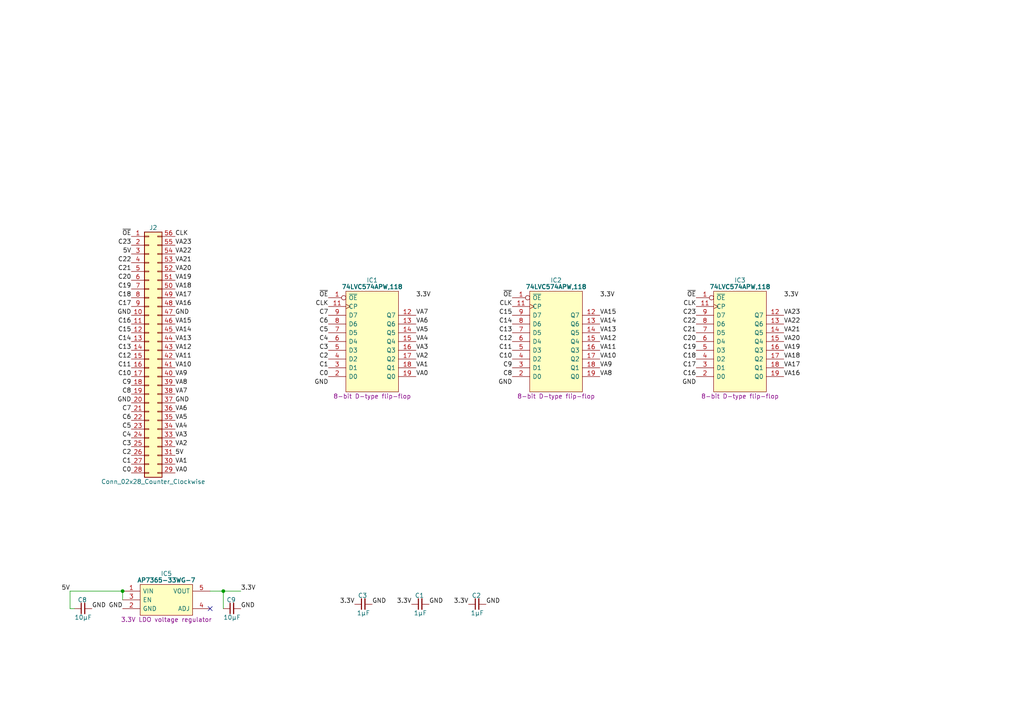
<source format=kicad_sch>
(kicad_sch (version 20230121) (generator eeschema)
  (paper "A4")
  (title_block (title "Video Address Output") (date "2024-02-26") (rev "V0"))
  (lib_symbols
    (symbol "Connector_Generic:Conn_02x28_Counter_Clockwise" (pin_names (offset 1.016) hide)
      (property "Reference" "J" (at 1.27 35.56 0))
      (property "Value" "Conn_02x28_Counter_Clockwise" (at 1.27 -38.1 0))
      (symbol "Conn_02x28_Counter_Clockwise_1_1"
        (rectangle (start -1.27 -35.433) (end 0 -35.687) (stroke (width 0.1524)))
        (rectangle (start -1.27 -32.893) (end 0 -33.147) (stroke (width 0.1524)))
        (rectangle (start -1.27 -30.353) (end 0 -30.607) (stroke (width 0.1524)))
        (rectangle (start -1.27 -27.813) (end 0 -28.067) (stroke (width 0.1524)))
        (rectangle (start -1.27 -25.273) (end 0 -25.527) (stroke (width 0.1524)))
        (rectangle (start -1.27 -22.733) (end 0 -22.987) (stroke (width 0.1524)))
        (rectangle (start -1.27 -20.193) (end 0 -20.447) (stroke (width 0.1524)))
        (rectangle (start -1.27 -17.653) (end 0 -17.907) (stroke (width 0.1524)))
        (rectangle (start -1.27 -15.113) (end 0 -15.367) (stroke (width 0.1524)))
        (rectangle (start -1.27 -12.573) (end 0 -12.827) (stroke (width 0.1524)))
        (rectangle (start -1.27 -10.033) (end 0 -10.287) (stroke (width 0.1524)))
        (rectangle (start -1.27 -7.493) (end 0 -7.747) (stroke (width 0.1524)))
        (rectangle (start -1.27 -4.953) (end 0 -5.207) (stroke (width 0.1524)))
        (rectangle (start -1.27 -2.413) (end 0 -2.667) (stroke (width 0.1524)))
        (rectangle (start -1.27 0.127) (end 0 -0.127) (stroke (width 0.1524)))
        (rectangle (start -1.27 2.667) (end 0 2.413) (stroke (width 0.1524)))
        (rectangle (start -1.27 5.207) (end 0 4.953) (stroke (width 0.1524)))
        (rectangle (start -1.27 7.747) (end 0 7.493) (stroke (width 0.1524)))
        (rectangle (start -1.27 10.287) (end 0 10.033) (stroke (width 0.1524)))
        (rectangle (start -1.27 12.827) (end 0 12.573) (stroke (width 0.1524)))
        (rectangle (start -1.27 15.367) (end 0 15.113) (stroke (width 0.1524)))
        (rectangle (start -1.27 17.907) (end 0 17.653) (stroke (width 0.1524)))
        (rectangle (start -1.27 20.447) (end 0 20.193) (stroke (width 0.1524)))
        (rectangle (start -1.27 22.987) (end 0 22.733) (stroke (width 0.1524)))
        (rectangle (start -1.27 25.527) (end 0 25.273) (stroke (width 0.1524)))
        (rectangle (start -1.27 28.067) (end 0 27.813) (stroke (width 0.1524)))
        (rectangle (start -1.27 30.607) (end 0 30.353) (stroke (width 0.1524)))
        (rectangle (start -1.27 33.147) (end 0 32.893) (stroke (width 0.1524)))
        (rectangle (start -1.27 34.29) (end 3.81 -36.83) (stroke (width 0.254)) (fill (type background)))
        (rectangle (start 3.81 -35.433) (end 2.54 -35.687) (stroke (width 0.1524)))
        (rectangle (start 3.81 -32.893) (end 2.54 -33.147) (stroke (width 0.1524)))
        (rectangle (start 3.81 -30.353) (end 2.54 -30.607) (stroke (width 0.1524)))
        (rectangle (start 3.81 -27.813) (end 2.54 -28.067) (stroke (width 0.1524)))
        (rectangle (start 3.81 -25.273) (end 2.54 -25.527) (stroke (width 0.1524)))
        (rectangle (start 3.81 -22.733) (end 2.54 -22.987) (stroke (width 0.1524)))
        (rectangle (start 3.81 -20.193) (end 2.54 -20.447) (stroke (width 0.1524)))
        (rectangle (start 3.81 -17.653) (end 2.54 -17.907) (stroke (width 0.1524)))
        (rectangle (start 3.81 -15.113) (end 2.54 -15.367) (stroke (width 0.1524)))
        (rectangle (start 3.81 -12.573) (end 2.54 -12.827) (stroke (width 0.1524)))
        (rectangle (start 3.81 -10.033) (end 2.54 -10.287) (stroke (width 0.1524)))
        (rectangle (start 3.81 -7.493) (end 2.54 -7.747) (stroke (width 0.1524)))
        (rectangle (start 3.81 -4.953) (end 2.54 -5.207) (stroke (width 0.1524)))
        (rectangle (start 3.81 -2.413) (end 2.54 -2.667) (stroke (width 0.1524)))
        (rectangle (start 3.81 0.127) (end 2.54 -0.127) (stroke (width 0.1524)))
        (rectangle (start 3.81 2.667) (end 2.54 2.413) (stroke (width 0.1524)))
        (rectangle (start 3.81 5.207) (end 2.54 4.953) (stroke (width 0.1524)))
        (rectangle (start 3.81 7.747) (end 2.54 7.493) (stroke (width 0.1524)))
        (rectangle (start 3.81 10.287) (end 2.54 10.033) (stroke (width 0.1524)))
        (rectangle (start 3.81 12.827) (end 2.54 12.573) (stroke (width 0.1524)))
        (rectangle (start 3.81 15.367) (end 2.54 15.113) (stroke (width 0.1524)))
        (rectangle (start 3.81 17.907) (end 2.54 17.653) (stroke (width 0.1524)))
        (rectangle (start 3.81 20.447) (end 2.54 20.193) (stroke (width 0.1524)))
        (rectangle (start 3.81 22.987) (end 2.54 22.733) (stroke (width 0.1524)))
        (rectangle (start 3.81 25.527) (end 2.54 25.273) (stroke (width 0.1524)))
        (rectangle (start 3.81 28.067) (end 2.54 27.813) (stroke (width 0.1524)))
        (rectangle (start 3.81 30.607) (end 2.54 30.353) (stroke (width 0.1524)))
        (rectangle (start 3.81 33.147) (end 2.54 32.893) (stroke (width 0.1524)))
        (pin passive line (at -5.08 33.02 0) (length 3.81) (name "Pin_1") (number "1"))
        (pin passive line (at -5.08 10.16 0) (length 3.81) (name "Pin_10") (number "10"))
        (pin passive line (at -5.08 7.62 0) (length 3.81) (name "Pin_11") (number "11"))
        (pin passive line (at -5.08 5.08 0) (length 3.81) (name "Pin_12") (number "12"))
        (pin passive line (at -5.08 2.54 0) (length 3.81) (name "Pin_13") (number "13"))
        (pin passive line (at -5.08 0 0) (length 3.81) (name "Pin_14") (number "14"))
        (pin passive line (at -5.08 -2.54 0) (length 3.81) (name "Pin_15") (number "15"))
        (pin passive line (at -5.08 -5.08 0) (length 3.81) (name "Pin_16") (number "16"))
        (pin passive line (at -5.08 -7.62 0) (length 3.81) (name "Pin_17") (number "17"))
        (pin passive line (at -5.08 -10.16 0) (length 3.81) (name "Pin_18") (number "18"))
        (pin passive line (at -5.08 -12.7 0) (length 3.81) (name "Pin_19") (number "19"))
        (pin passive line (at -5.08 30.48 0) (length 3.81) (name "Pin_2") (number "2"))
        (pin passive line (at -5.08 -15.24 0) (length 3.81) (name "Pin_20") (number "20"))
        (pin passive line (at -5.08 -17.78 0) (length 3.81) (name "Pin_21") (number "21"))
        (pin passive line (at -5.08 -20.32 0) (length 3.81) (name "Pin_22") (number "22"))
        (pin passive line (at -5.08 -22.86 0) (length 3.81) (name "Pin_23") (number "23"))
        (pin passive line (at -5.08 -25.4 0) (length 3.81) (name "Pin_24") (number "24"))
        (pin passive line (at -5.08 -27.94 0) (length 3.81) (name "Pin_25") (number "25"))
        (pin passive line (at -5.08 -30.48 0) (length 3.81) (name "Pin_26") (number "26"))
        (pin passive line (at -5.08 -33.02 0) (length 3.81) (name "Pin_27") (number "27"))
        (pin passive line (at -5.08 -35.56 0) (length 3.81) (name "Pin_28") (number "28"))
        (pin passive line (at 7.62 -35.56 180) (length 3.81) (name "Pin_29") (number "29"))
        (pin passive line (at -5.08 27.94 0) (length 3.81) (name "Pin_3") (number "3"))
        (pin passive line (at 7.62 -33.02 180) (length 3.81) (name "Pin_30") (number "30"))
        (pin passive line (at 7.62 -30.48 180) (length 3.81) (name "Pin_31") (number "31"))
        (pin passive line (at 7.62 -27.94 180) (length 3.81) (name "Pin_32") (number "32"))
        (pin passive line (at 7.62 -25.4 180) (length 3.81) (name "Pin_33") (number "33"))
        (pin passive line (at 7.62 -22.86 180) (length 3.81) (name "Pin_34") (number "34"))
        (pin passive line (at 7.62 -20.32 180) (length 3.81) (name "Pin_35") (number "35"))
        (pin passive line (at 7.62 -17.78 180) (length 3.81) (name "Pin_36") (number "36"))
        (pin passive line (at 7.62 -15.24 180) (length 3.81) (name "Pin_37") (number "37"))
        (pin passive line (at 7.62 -12.7 180) (length 3.81) (name "Pin_38") (number "38"))
        (pin passive line (at 7.62 -10.16 180) (length 3.81) (name "Pin_39") (number "39"))
        (pin passive line (at -5.08 25.4 0) (length 3.81) (name "Pin_4") (number "4"))
        (pin passive line (at 7.62 -7.62 180) (length 3.81) (name "Pin_40") (number "40"))
        (pin passive line (at 7.62 -5.08 180) (length 3.81) (name "Pin_41") (number "41"))
        (pin passive line (at 7.62 -2.54 180) (length 3.81) (name "Pin_42") (number "42"))
        (pin passive line (at 7.62 0 180) (length 3.81) (name "Pin_43") (number "43"))
        (pin passive line (at 7.62 2.54 180) (length 3.81) (name "Pin_44") (number "44"))
        (pin passive line (at 7.62 5.08 180) (length 3.81) (name "Pin_45") (number "45"))
        (pin passive line (at 7.62 7.62 180) (length 3.81) (name "Pin_46") (number "46"))
        (pin passive line (at 7.62 10.16 180) (length 3.81) (name "Pin_47") (number "47"))
        (pin passive line (at 7.62 12.7 180) (length 3.81) (name "Pin_48") (number "48"))
        (pin passive line (at 7.62 15.24 180) (length 3.81) (name "Pin_49") (number "49"))
        (pin passive line (at -5.08 22.86 0) (length 3.81) (name "Pin_5") (number "5"))
        (pin passive line (at 7.62 17.78 180) (length 3.81) (name "Pin_50") (number "50"))
        (pin passive line (at 7.62 20.32 180) (length 3.81) (name "Pin_51") (number "51"))
        (pin passive line (at 7.62 22.86 180) (length 3.81) (name "Pin_52") (number "52"))
        (pin passive line (at 7.62 25.4 180) (length 3.81) (name "Pin_53") (number "53"))
        (pin passive line (at 7.62 27.94 180) (length 3.81) (name "Pin_54") (number "54"))
        (pin passive line (at 7.62 30.48 180) (length 3.81) (name "Pin_55") (number "55"))
        (pin passive line (at 7.62 33.02 180) (length 3.81) (name "Pin_56") (number "56"))
        (pin passive line (at -5.08 20.32 0) (length 3.81) (name "Pin_6") (number "6"))
        (pin passive line (at -5.08 17.78 0) (length 3.81) (name "Pin_7") (number "7"))
        (pin passive line (at -5.08 15.24 0) (length 3.81) (name "Pin_8") (number "8"))
        (pin passive line (at -5.08 12.7 0) (length 3.81) (name "Pin_9") (number "9"))
      )
    )
    (symbol "Diodes_Inc:AP7365-33WG-7" (pin_names (offset 0.762))
      (property "Reference" "IC" (at 12.7 5.08 0))
      (property "Value" "AP7365-33WG-7" (at 12.7 3.175 0))
      (property "Description" "3.3V LDO voltage regulator" (at 12.7 -8.255 0))
      (symbol "AP7365-33WG-7_0_0"
        (pin passive line (at 0 0 0) (length 5.08) (name "VIN") (number "1"))
        (pin passive line (at 0 -5.08 0) (length 5.08) (name "GND") (number "2"))
        (pin input line (at 0 -2.54 0) (length 5.08) (name "EN") (number "3"))
        (pin passive line (at 25.4 -5.08 180) (length 5.08) (name "ADJ") (number "4"))
        (pin passive line (at 25.4 0 180) (length 5.08) (name "VOUT") (number "5"))
      )
      (symbol "AP7365-33WG-7_0_1"
        (polyline (pts (xy 5.08 1.905) (xy 20.32 1.905) (xy 20.32 -6.985) (xy 5.08 -6.985) (xy 5.08 1.905)) (fill (type background)))
      )
    )
    (symbol "HCP65:C_0805" (pin_numbers hide) (pin_names (offset 0.254) hide)
      (property "Reference" "C" (at 2.286 2.54 0))
      (property "Value" "?μF" (at 2.54 -2.54 0))
      (symbol "C_0805_0_1"
        (polyline (pts (xy 1.9685 -1.4605) (xy 1.9685 1.5875)) (stroke (width 0.3048)))
        (polyline (pts (xy 2.9845 -1.4605) (xy 2.9845 1.5875)) (stroke (width 0.3302)))
      )
      (symbol "C_0805_1_1"
        (pin passive line (at 0 0 0) (length 2.032) (name "~") (number "1"))
        (pin passive line (at 5.08 0 180) (length 2.032) (name "~") (number "2"))
      )
    )
    (symbol "Nexperia:74LVC574APW,118" (pin_names (offset 0.762))
      (property "Reference" "IC" (at 12.7 5.08 0))
      (property "Value" "74LVC574APW,118" (at 12.7 3.175 0))
      (property "Description" "8-bit D-type flip-flop" (at 12.7 -28.575 0))
      (symbol "74LVC574APW,118_0_0"
        (pin input inverted (at 0 0 0) (length 5.08) (name "~{OE}") (number "1"))
        (pin passive line (at 0 -25.4 0) (length 5.08) hide (name "GND") (number "10"))
        (pin input clock (at 0 -2.54 0) (length 5.08) (name "CP") (number "11"))
        (pin tri_state line (at 25.4 -7.62 180) (length 5.08) (name "Q6") (number "13"))
        (pin tri_state line (at 25.4 -10.16 180) (length 5.08) (name "Q5") (number "14"))
        (pin tri_state line (at 25.4 -12.7 180) (length 5.08) (name "Q4") (number "15"))
        (pin tri_state line (at 25.4 -15.24 180) (length 5.08) (name "Q3") (number "16"))
        (pin tri_state line (at 25.4 -17.78 180) (length 5.08) (name "Q2") (number "17"))
        (pin tri_state line (at 25.4 -20.32 180) (length 5.08) (name "Q1") (number "18"))
        (pin tri_state line (at 25.4 -22.86 180) (length 5.08) (name "Q0") (number "19"))
        (pin input line (at 0 -22.86 0) (length 5.08) (name "D0") (number "2"))
        (pin passive line (at 25.4 0 180) (length 5.08) hide (name "3V") (number "20"))
        (pin input line (at 0 -20.32 0) (length 5.08) (name "D1") (number "3"))
        (pin input line (at 0 -17.78 0) (length 5.08) (name "D2") (number "4"))
        (pin input line (at 0 -15.24 0) (length 5.08) (name "D3") (number "5"))
        (pin input line (at 0 -12.7 0) (length 5.08) (name "D4") (number "6"))
        (pin input line (at 0 -10.16 0) (length 5.08) (name "D5") (number "7"))
        (pin input line (at 0 -7.62 0) (length 5.08) (name "D6") (number "8"))
        (pin input line (at 0 -5.08 0) (length 5.08) (name "D7") (number "9"))
      )
      (symbol "74LVC574APW,118_0_1"
        (polyline (pts (xy 5.08 1.905) (xy 20.32 1.905) (xy 20.32 -27.305) (xy 5.08 -27.305) (xy 5.08 1.905)) (stroke (width 0.1524)) (fill (type background)))
      )
      (symbol "74LVC574APW,118_1_0"
        (pin tri_state line (at 25.4 -5.08 180) (length 5.08) (name "Q7") (number "12"))
      )
    )
  )
  (junction (at 35.56 171.45))
  (junction (at 64.77 171.45))
  (no_connect (at 60.96 176.53))
  (wire (pts (xy 64.77 176.53) (xy 64.77 171.45)))
  (wire (pts (xy 20.32 171.45) (xy 35.56 171.45)))
  (wire (pts (xy 35.56 171.45) (xy 35.56 173.99)))
  (wire (pts (xy 60.96 171.45) (xy 64.77 171.45)))
  (wire (pts (xy 20.32 171.45) (xy 20.32 176.53)))
  (wire (pts (xy 20.32 176.53) (xy 21.59 176.53)))
  (wire (pts (xy 64.77 171.45) (xy 69.85 171.45)))
  (label "VA0" (at 50.8 137.16 0))
  (label "C12" (at 38.1 104.14 180))
  (label "VA16" (at 50.8 88.9 0))
  (label "C19" (at 38.1 83.82 180))
  (label "VA22" (at 50.8 73.66 0))
  (label "VA2" (at 50.8 129.54 0))
  (label "VA0" (at 120.65 109.22 0))
  (label "C8" (at 148.59 109.22 180))
  (label "VA1" (at 120.65 106.68 0))
  (label "C23" (at 201.93 91.44 180))
  (label "C21" (at 38.1 78.74 180))
  (label "VA23" (at 50.8 71.12 0))
  (label "C7" (at 38.1 119.38 180))
  (label "VA18" (at 227.33 104.14 0))
  (label "3.3V" (at 227.33 86.36 0))
  (label "C4" (at 95.25 99.06 180))
  (label "C5" (at 38.1 124.46 180))
  (label "VA7" (at 50.8 114.3 0))
  (label "GND" (at 69.85 176.53 0))
  (label "C12" (at 148.59 99.06 180))
  (label "GND" (at 107.95 175.26 0))
  (label "VA14" (at 173.99 93.98 0))
  (label "C15" (at 148.59 91.44 180))
  (label "VA11" (at 50.8 104.14 0))
  (label "C23" (at 38.1 71.12 180))
  (label "VA9" (at 173.99 106.68 0))
  (label "VA1" (at 50.8 134.62 0))
  (label "C20" (at 201.93 99.06 180))
  (label "VA2" (at 120.65 104.14 0))
  (label "C0" (at 95.25 109.22 180))
  (label "C13" (at 148.59 96.52 180))
  (label "C9" (at 38.1 111.76 180))
  (label "VA15" (at 173.99 91.44 0))
  (label "C3" (at 95.25 101.6 180))
  (label "C16" (at 38.1 93.98 180))
  (label "VA8" (at 50.8 111.76 0))
  (label "VA17" (at 50.8 86.36 0))
  (label "C11" (at 148.59 101.6 180))
  (label "GND" (at 26.67 176.53 0))
  (label "5V" (at 20.32 171.45 180))
  (label "~{OE}" (at 38.1 68.58 180))
  (label "C20" (at 38.1 81.28 180))
  (label "VA23" (at 227.33 91.44 0))
  (label "VA6" (at 120.65 93.98 0))
  (label "VA10" (at 50.8 106.68 0))
  (label "CLK" (at 95.25 88.9 180))
  (label "VA19" (at 50.8 81.28 0))
  (label "VA14" (at 50.8 96.52 0))
  (label "GND" (at 50.8 91.44 0))
  (label "C11" (at 38.1 106.68 180))
  (label "C15" (at 38.1 96.52 180))
  (label "3.3V" (at 120.65 86.36 0))
  (label "GND" (at 35.56 176.53 180))
  (label "GND" (at 148.59 111.76 180))
  (label "C1" (at 38.1 134.62 180))
  (label "C8" (at 38.1 114.3 180))
  (label "VA10" (at 173.99 104.14 0))
  (label "3.3V" (at 102.87 175.26 180))
  (label "C3" (at 38.1 129.54 180))
  (label "3.3V" (at 173.99 86.36 0))
  (label "C2" (at 38.1 132.08 180))
  (label "5V" (at 38.1 73.66 180))
  (label "VA4" (at 50.8 124.46 0))
  (label "CLK" (at 50.8 68.58 0))
  (label "GND" (at 140.97 175.26 0))
  (label "VA17" (at 227.33 106.68 0))
  (label "~{OE}" (at 201.93 86.36 180))
  (label "C17" (at 201.93 106.68 180))
  (label "CLK" (at 148.59 88.9 180))
  (label "VA5" (at 120.65 96.52 0))
  (label "VA20" (at 227.33 99.06 0))
  (label "3.3V" (at 135.89 175.26 180))
  (label "VA22" (at 227.33 93.98 0))
  (label "VA21" (at 227.33 96.52 0))
  (label "C10" (at 148.59 104.14 180))
  (label "3.3V" (at 119.38 175.26 180))
  (label "C22" (at 38.1 76.2 180))
  (label "CLK" (at 201.93 88.9 180))
  (label "VA5" (at 50.8 121.92 0))
  (label "C22" (at 201.93 93.98 180))
  (label "C17" (at 38.1 88.9 180))
  (label "GND" (at 201.93 111.76 180))
  (label "VA7" (at 120.65 91.44 0))
  (label "C13" (at 38.1 101.6 180))
  (label "~{OE}" (at 95.25 86.36 180))
  (label "C6" (at 38.1 121.92 180))
  (label "VA11" (at 173.99 101.6 0))
  (label "C6" (at 95.25 93.98 180))
  (label "GND" (at 38.1 116.84 180))
  (label "VA12" (at 50.8 101.6 0))
  (label "VA8" (at 173.99 109.22 0))
  (label "VA15" (at 50.8 93.98 0))
  (label "VA20" (at 50.8 78.74 0))
  (label "3.3V" (at 69.85 171.45 0))
  (label "C7" (at 95.25 91.44 180))
  (label "C16" (at 201.93 109.22 180))
  (label "GND" (at 38.1 91.44 180))
  (label "VA18" (at 50.8 83.82 0))
  (label "C5" (at 95.25 96.52 180))
  (label "5V" (at 50.8 132.08 0))
  (label "C1" (at 95.25 106.68 180))
  (label "GND" (at 95.25 111.76 180))
  (label "VA3" (at 120.65 101.6 0))
  (label "C0" (at 38.1 137.16 180))
  (label "C18" (at 201.93 104.14 180))
  (label "VA9" (at 50.8 109.22 0))
  (label "C4" (at 38.1 127 180))
  (label "C18" (at 38.1 86.36 180))
  (label "C19" (at 201.93 101.6 180))
  (label "GND" (at 124.46 175.26 0))
  (label "C9" (at 148.59 106.68 180))
  (label "GND" (at 50.8 116.84 0))
  (label "VA12" (at 173.99 99.06 0))
  (label "VA6" (at 50.8 119.38 0))
  (label "VA4" (at 120.65 99.06 0))
  (label "C10" (at 38.1 109.22 180))
  (label "C14" (at 148.59 93.98 180))
  (label "C2" (at 95.25 104.14 180))
  (label "VA19" (at 227.33 101.6 0))
  (label "~{OE}" (at 148.59 86.36 180))
  (label "VA13" (at 173.99 96.52 0))
  (label "C21" (at 201.93 96.52 180))
  (label "VA16" (at 227.33 109.22 0))
  (label "C14" (at 38.1 99.06 180))
  (label "VA13" (at 50.8 99.06 0))
  (label "VA21" (at 50.8 76.2 0))
  (label "VA3" (at 50.8 127 0))
  (symbol (lib_id "HCP65:C_0805") (at 102.87 175.26 0) (unit 1)
    (property "Reference" "C3" (at 105.156 172.72 0))
    (property "Value" "1μF" (at 105.41 177.8 0))
    (property "Footprint" "SamacSys_Parts:C_0805" (effects hide))
  )
  (symbol (lib_id "HCP65:C_0805") (at 135.89 175.26 0) (unit 1)
    (property "Reference" "C2" (at 138.176 172.72 0))
    (property "Value" "1μF" (at 138.43 177.8 0))
    (property "Footprint" "SamacSys_Parts:C_0805" (effects hide))
  )
  (symbol (lib_id "Nexperia:74LVC574APW,118") (at 148.59 86.36 0) (unit 1)
    (property "Reference" "IC2" (at 161.29 81.28 0))
    (property "Value" "74LVC574APW,118" (at 161.29 83.185 0) (effects (font bold)))
    (property "Footprint" "SOP65P640X110-20N" (effects hide))
    (property "Datasheet" "https://assets.nexperia.com/documents/data-sheet/74LVC574A.pdf" (effects hide))
    (property "Description" "8-bit D-type flip-flop" (at 161.29 114.935 0))
    (property "Height" "1.1" (effects hide))
    (property "Manufacturer_Name" "Nexperia" (effects hide))
    (property "Manufacturer_Part_Number" "74LVC574APW,118" (effects hide))
    (property "Mouser Part Number" "771-74LVC574APW-T" (effects hide))
    (property "Mouser Price/Stock" "https://www.mouser.co.uk/ProductDetail/Nexperia/74LVC574APW118?qs=me8TqzrmIYXFXrN3QSTUuw%3D%3D" (effects hide))
    (property "Silkscreen" "74LVC574" (effects hide))
  )
  (symbol (lib_id "HCP65:C_0805") (at 21.59 176.53 0) (unit 1)
    (property "Reference" "C8" (at 23.876 173.99 0))
    (property "Value" "10µF" (at 21.59 179.07 0) (effects (justify left)))
    (property "Footprint" "SamacSys_Parts:C_0805" (effects hide))
  )
  (symbol (lib_id "Nexperia:74LVC574APW,118") (at 95.25 86.36 0) (unit 1)
    (property "Reference" "IC1" (at 107.95 81.28 0))
    (property "Value" "74LVC574APW,118" (at 107.95 83.185 0) (effects (font bold)))
    (property "Footprint" "SOP65P640X110-20N" (effects hide))
    (property "Datasheet" "https://assets.nexperia.com/documents/data-sheet/74LVC574A.pdf" (effects hide))
    (property "Description" "8-bit D-type flip-flop" (at 107.95 114.935 0))
    (property "Height" "1.1" (effects hide))
    (property "Manufacturer_Name" "Nexperia" (effects hide))
    (property "Manufacturer_Part_Number" "74LVC574APW,118" (effects hide))
    (property "Mouser Part Number" "771-74LVC574APW-T" (effects hide))
    (property "Mouser Price/Stock" "https://www.mouser.co.uk/ProductDetail/Nexperia/74LVC574APW118?qs=me8TqzrmIYXFXrN3QSTUuw%3D%3D" (effects hide))
    (property "Silkscreen" "74LVC574" (effects hide))
  )
  (symbol (lib_id "Diodes_Inc:AP7365-33WG-7") (at 35.56 171.45 0) (unit 1)
    (property "Reference" "IC5" (at 48.26 166.37 0))
    (property "Value" "AP7365-33WG-7" (at 48.26 168.275 0) (effects (font bold)))
    (property "Footprint" "SOT95P285X130-5N" (effects hide))
    (property "Datasheet" "https://componentsearchengine.com/Datasheets/1/AP7365-33WG-7.pdf" (effects hide))
    (property "Description" "3.3V LDO voltage regulator" (at 48.26 179.705 0))
    (property "Height" "1.3" (effects hide))
    (property "Manufacturer_Name" "Diodes Inc." (effects hide))
    (property "Manufacturer_Part_Number" "AP7365-33WG-7" (effects hide))
    (property "Mouser Part Number" "621-AP7365-33WG-7" (effects hide))
    (property "Mouser Price/Stock" "https://www.mouser.co.uk/ProductDetail/Diodes-Incorporated/AP7365-33WG-7?qs=abZ1nkZpTuOZFvxvoFPL0w%3D%3D" (effects hide))
    (property "Arrow Part Number" "AP7365-33WG-7" (effects hide))
    (property "Arrow Price/Stock" "https://www.arrow.com/en/products/ap7365-33wg-7/diodes-incorporated?region=nac" (effects hide))
    (property "Silkscreen" "AP7365" (effects hide))
  )
  (symbol (lib_id "HCP65:C_0805") (at 64.77 176.53 0) (unit 1)
    (property "Reference" "C9" (at 67.056 173.99 0))
    (property "Value" "10µF" (at 64.77 179.07 0) (effects (justify left)))
    (property "Footprint" "SamacSys_Parts:C_0805" (effects hide))
  )
  (symbol (lib_id "Connector_Generic:Conn_02x28_Counter_Clockwise") (at 43.18 101.6 0) (unit 1)
    (property "Reference" "J2" (at 44.45 66.04 0))
    (property "Value" "Conn_02x28_Counter_Clockwise" (at 44.45 139.7 0))
    (property "Footprint" "SamacSys_Parts:DIP-56_Board_W15.24mm" (effects hide))
  )
  (symbol (lib_id "Nexperia:74LVC574APW,118") (at 201.93 86.36 0) (unit 1)
    (property "Reference" "IC3" (at 214.63 81.28 0))
    (property "Value" "74LVC574APW,118" (at 214.63 83.185 0) (effects (font bold)))
    (property "Footprint" "SOP65P640X110-20N" (effects hide))
    (property "Datasheet" "https://assets.nexperia.com/documents/data-sheet/74LVC574A.pdf" (effects hide))
    (property "Description" "8-bit D-type flip-flop" (at 214.63 114.935 0))
    (property "Height" "1.1" (effects hide))
    (property "Manufacturer_Name" "Nexperia" (effects hide))
    (property "Manufacturer_Part_Number" "74LVC574APW,118" (effects hide))
    (property "Mouser Part Number" "771-74LVC574APW-T" (effects hide))
    (property "Mouser Price/Stock" "https://www.mouser.co.uk/ProductDetail/Nexperia/74LVC574APW118?qs=me8TqzrmIYXFXrN3QSTUuw%3D%3D" (effects hide))
    (property "Silkscreen" "74LVC574" (effects hide))
  )
  (symbol (lib_id "HCP65:C_0805") (at 119.38 175.26 0) (unit 1)
    (property "Reference" "C1" (at 121.666 172.72 0))
    (property "Value" "1μF" (at 121.92 177.8 0))
    (property "Footprint" "SamacSys_Parts:C_0805" (effects hide))
  )
)
</source>
